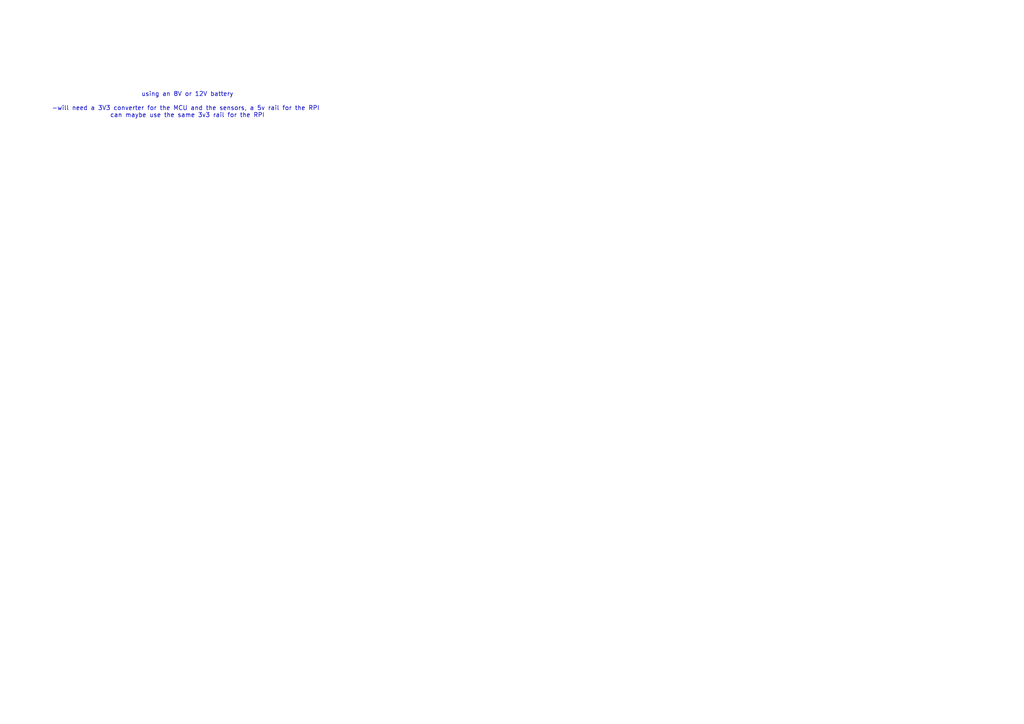
<source format=kicad_sch>
(kicad_sch
	(version 20250114)
	(generator "eeschema")
	(generator_version "9.0")
	(uuid "7ed80955-fdbd-4eef-a836-e836bc364431")
	(paper "A4")
	(lib_symbols)
	(text "using an 8V or 12V battery\n\n-will need a 3V3 converter for the MCU and the sensors, a 5v rail for the RPI \n can maybe use the same 3v3 rail for the RPI "
		(exclude_from_sim no)
		(at 54.356 30.48 0)
		(effects
			(font
				(size 1.27 1.27)
			)
		)
		(uuid "6f5a55ec-395f-48a4-b14b-62666704d727")
	)
)

</source>
